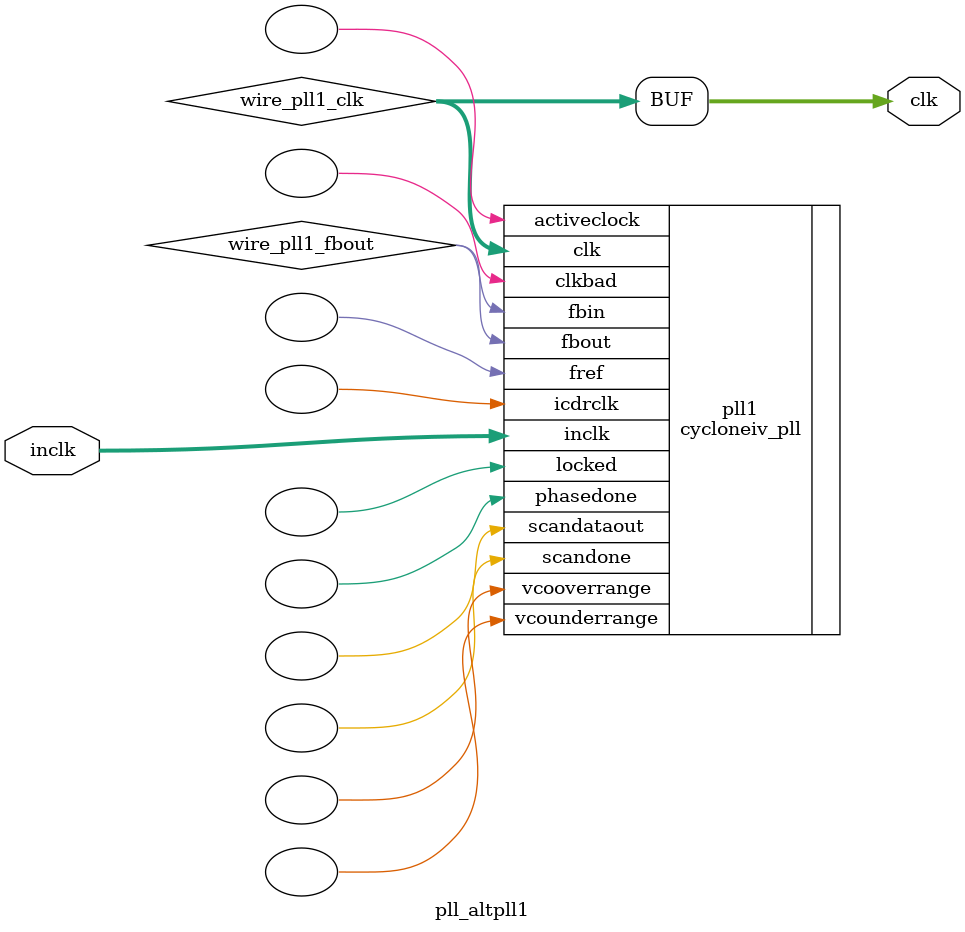
<source format=v>






//synthesis_resources = cycloneiv_pll 1 
//synopsys translate_off
`timescale 1 ps / 1 ps
//synopsys translate_on
module  pll_altpll1
	( 
	clk,
	inclk) /* synthesis synthesis_clearbox=1 */;
	output   [4:0]  clk;
	input   [1:0]  inclk;
`ifndef ALTERA_RESERVED_QIS
// synopsys translate_off
`endif
	tri0   [1:0]  inclk;
`ifndef ALTERA_RESERVED_QIS
// synopsys translate_on
`endif

	wire  [4:0]   wire_pll1_clk;
	wire  wire_pll1_fbout;

	cycloneiv_pll   pll1
	( 
	.activeclock(),
	.clk(wire_pll1_clk),
	.clkbad(),
	.fbin(wire_pll1_fbout),
	.fbout(wire_pll1_fbout),
	.fref(),
	.icdrclk(),
	.inclk(inclk),
	.locked(),
	.phasedone(),
	.scandataout(),
	.scandone(),
	.vcooverrange(),
	.vcounderrange()
	`ifndef FORMAL_VERIFICATION
	// synopsys translate_off
	`endif
	,
	.areset(1'b0),
	.clkswitch(1'b0),
	.configupdate(1'b0),
	.pfdena(1'b1),
	.phasecounterselect({3{1'b0}}),
	.phasestep(1'b0),
	.phaseupdown(1'b0),
	.scanclk(1'b0),
	.scanclkena(1'b1),
	.scandata(1'b0)
	`ifndef FORMAL_VERIFICATION
	// synopsys translate_on
	`endif
	);
	defparam
		pll1.bandwidth_type = "auto",
		pll1.clk0_divide_by = 2,
		pll1.clk0_duty_cycle = 50,
		pll1.clk0_multiply_by = 1,
		pll1.clk0_phase_shift = "0",
		pll1.compensate_clock = "clk0",
		pll1.inclk0_input_frequency = 20000,
		pll1.operation_mode = "normal",
		pll1.pll_type = "auto",
		pll1.lpm_type = "cycloneiv_pll";
	assign
		clk = {wire_pll1_clk[4:0]};
endmodule //pll_altpll1
//VALID FILE

</source>
